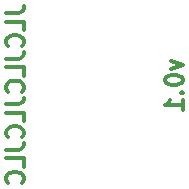
<source format=gbr>
%TF.GenerationSoftware,KiCad,Pcbnew,(6.0.11)*%
%TF.CreationDate,2024-01-24T23:02:21+00:00*%
%TF.ProjectId,RGBtoHDMI_DIN,52474274-6f48-4444-9d49-5f44494e2e6b,rev?*%
%TF.SameCoordinates,Original*%
%TF.FileFunction,Legend,Bot*%
%TF.FilePolarity,Positive*%
%FSLAX46Y46*%
G04 Gerber Fmt 4.6, Leading zero omitted, Abs format (unit mm)*
G04 Created by KiCad (PCBNEW (6.0.11)) date 2024-01-24 23:02:21*
%MOMM*%
%LPD*%
G01*
G04 APERTURE LIST*
%ADD10C,0.300000*%
G04 APERTURE END LIST*
D10*
X154138571Y-85867142D02*
X155138571Y-86224285D01*
X154138571Y-86581428D01*
X153638571Y-87438571D02*
X153638571Y-87581428D01*
X153710000Y-87724285D01*
X153781428Y-87795714D01*
X153924285Y-87867142D01*
X154210000Y-87938571D01*
X154567142Y-87938571D01*
X154852857Y-87867142D01*
X154995714Y-87795714D01*
X155067142Y-87724285D01*
X155138571Y-87581428D01*
X155138571Y-87438571D01*
X155067142Y-87295714D01*
X154995714Y-87224285D01*
X154852857Y-87152857D01*
X154567142Y-87081428D01*
X154210000Y-87081428D01*
X153924285Y-87152857D01*
X153781428Y-87224285D01*
X153710000Y-87295714D01*
X153638571Y-87438571D01*
X154995714Y-88581428D02*
X155067142Y-88652857D01*
X155138571Y-88581428D01*
X155067142Y-88510000D01*
X154995714Y-88581428D01*
X155138571Y-88581428D01*
X155138571Y-90081428D02*
X155138571Y-89224285D01*
X155138571Y-89652857D02*
X153638571Y-89652857D01*
X153852857Y-89510000D01*
X153995714Y-89367142D01*
X154067142Y-89224285D01*
X140208571Y-81851428D02*
X141280000Y-81851428D01*
X141494285Y-81780000D01*
X141637142Y-81637142D01*
X141708571Y-81422857D01*
X141708571Y-81280000D01*
X141708571Y-83280000D02*
X141708571Y-82565714D01*
X140208571Y-82565714D01*
X141565714Y-84637142D02*
X141637142Y-84565714D01*
X141708571Y-84351428D01*
X141708571Y-84208571D01*
X141637142Y-83994285D01*
X141494285Y-83851428D01*
X141351428Y-83780000D01*
X141065714Y-83708571D01*
X140851428Y-83708571D01*
X140565714Y-83780000D01*
X140422857Y-83851428D01*
X140280000Y-83994285D01*
X140208571Y-84208571D01*
X140208571Y-84351428D01*
X140280000Y-84565714D01*
X140351428Y-84637142D01*
X140208571Y-85708571D02*
X141280000Y-85708571D01*
X141494285Y-85637142D01*
X141637142Y-85494285D01*
X141708571Y-85280000D01*
X141708571Y-85137142D01*
X141708571Y-87137142D02*
X141708571Y-86422857D01*
X140208571Y-86422857D01*
X141565714Y-88494285D02*
X141637142Y-88422857D01*
X141708571Y-88208571D01*
X141708571Y-88065714D01*
X141637142Y-87851428D01*
X141494285Y-87708571D01*
X141351428Y-87637142D01*
X141065714Y-87565714D01*
X140851428Y-87565714D01*
X140565714Y-87637142D01*
X140422857Y-87708571D01*
X140280000Y-87851428D01*
X140208571Y-88065714D01*
X140208571Y-88208571D01*
X140280000Y-88422857D01*
X140351428Y-88494285D01*
X140208571Y-89565714D02*
X141280000Y-89565714D01*
X141494285Y-89494285D01*
X141637142Y-89351428D01*
X141708571Y-89137142D01*
X141708571Y-88994285D01*
X141708571Y-90994285D02*
X141708571Y-90280000D01*
X140208571Y-90280000D01*
X141565714Y-92351428D02*
X141637142Y-92280000D01*
X141708571Y-92065714D01*
X141708571Y-91922857D01*
X141637142Y-91708571D01*
X141494285Y-91565714D01*
X141351428Y-91494285D01*
X141065714Y-91422857D01*
X140851428Y-91422857D01*
X140565714Y-91494285D01*
X140422857Y-91565714D01*
X140280000Y-91708571D01*
X140208571Y-91922857D01*
X140208571Y-92065714D01*
X140280000Y-92280000D01*
X140351428Y-92351428D01*
X140208571Y-93422857D02*
X141280000Y-93422857D01*
X141494285Y-93351428D01*
X141637142Y-93208571D01*
X141708571Y-92994285D01*
X141708571Y-92851428D01*
X141708571Y-94851428D02*
X141708571Y-94137142D01*
X140208571Y-94137142D01*
X141565714Y-96208571D02*
X141637142Y-96137142D01*
X141708571Y-95922857D01*
X141708571Y-95780000D01*
X141637142Y-95565714D01*
X141494285Y-95422857D01*
X141351428Y-95351428D01*
X141065714Y-95280000D01*
X140851428Y-95280000D01*
X140565714Y-95351428D01*
X140422857Y-95422857D01*
X140280000Y-95565714D01*
X140208571Y-95780000D01*
X140208571Y-95922857D01*
X140280000Y-96137142D01*
X140351428Y-96208571D01*
M02*

</source>
